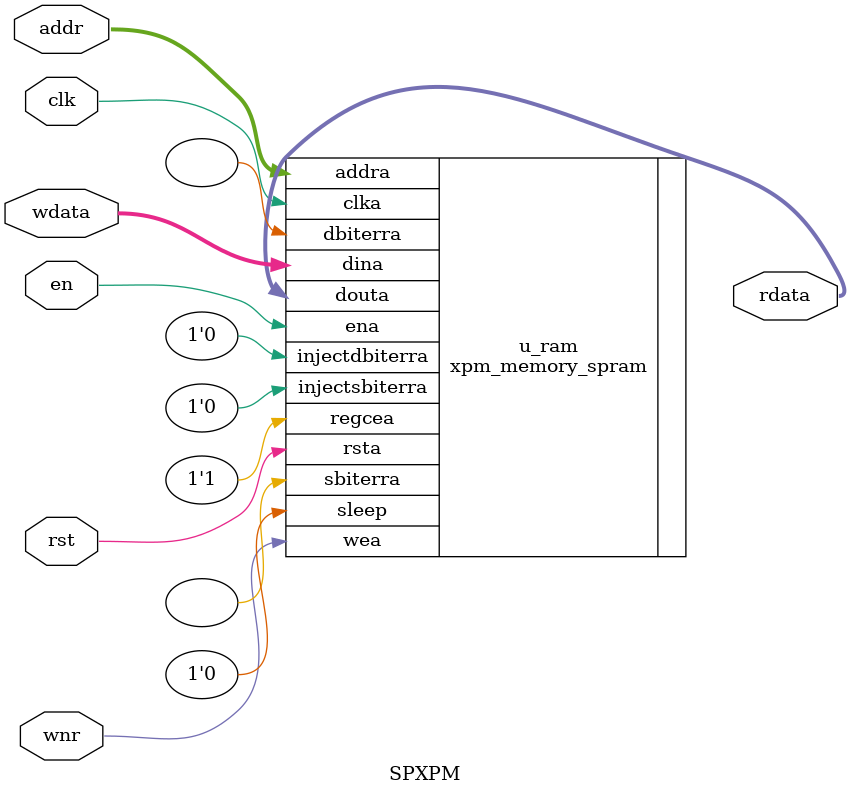
<source format=sv>
module SPXPM #(parameter A =  6,
               parameter D =  32,
               parameter F = "none"
) (
    input  wire         clk,
    input  wire         rst,

    input  wire         en,
    input  wire         wnr,
    input  wire [A-1:0] addr,

    output wire [D-1:0] rdata,
    input  wire [D-1:0] wdata
);

`ifdef SIM
    reg [D-1:0] ram [2**A-1:0];
    reg [D-1:0] rdata_q;

    always_ff @(posedge clk)
        if (en & ~wnr)
            rdata_q <= ram[addr];

    always_ff @(posedge clk)
        if (en &  wnr)
            ram[addr] <= wdata;

    assign rdata = rdata_q;

    initial begin
        if (F != "none")
            $readmemh(F, ram);
    end

`else
    localparam T = D * (2 ** A);

    xpm_memory_spram #(
       .ADDR_WIDTH_A        ( A             ),
       .AUTO_SLEEP_TIME     ( 0             ),
       .BYTE_WRITE_WIDTH_A  ( D             ),
       .CASCADE_HEIGHT      ( 0             ),
       .ECC_MODE            ("no_ecc"       ),
       .MEMORY_INIT_FILE    ( F             ),
       .MEMORY_INIT_PARAM   (""             ),
       .MEMORY_OPTIMIZATION ("false"        ),
       .MEMORY_PRIMITIVE    ("block"        ),
       .MEMORY_SIZE         ( T             ),
       .MESSAGE_CONTROL     ( 0             ),
       .READ_DATA_WIDTH_A   ( D             ),
       .READ_LATENCY_A      ( 1             ),
       .READ_RESET_VALUE_A  ("0"            ),
       .RST_MODE_A          ("SYNC"         ),
       .SIM_ASSERT_CHK      ( 0             ),
       .USE_MEM_INIT        ( 1             ),
       .WAKEUP_TIME         ("disable_sleep"),
       .WRITE_DATA_WIDTH_A  ( D             ),
       .WRITE_MODE_A        ("read_first"   ))
    u_ram (
       .dbiterra            (               ),
       .douta               ( rdata         ),
       .sbiterra            (               ),
       .addra               ( addr          ),
       .clka                ( clk           ),
       .dina                ( wdata         ),
       .ena                 ( en            ),
       .injectdbiterra      ( 1'b0          ),
       .injectsbiterra      ( 1'b0          ),
       .regcea              ( 1'b1          ),
       .rsta                ( rst           ),
       .sleep               ( 1'b0          ),
       .wea                 ( wnr           ));
`endif

endmodule

</source>
